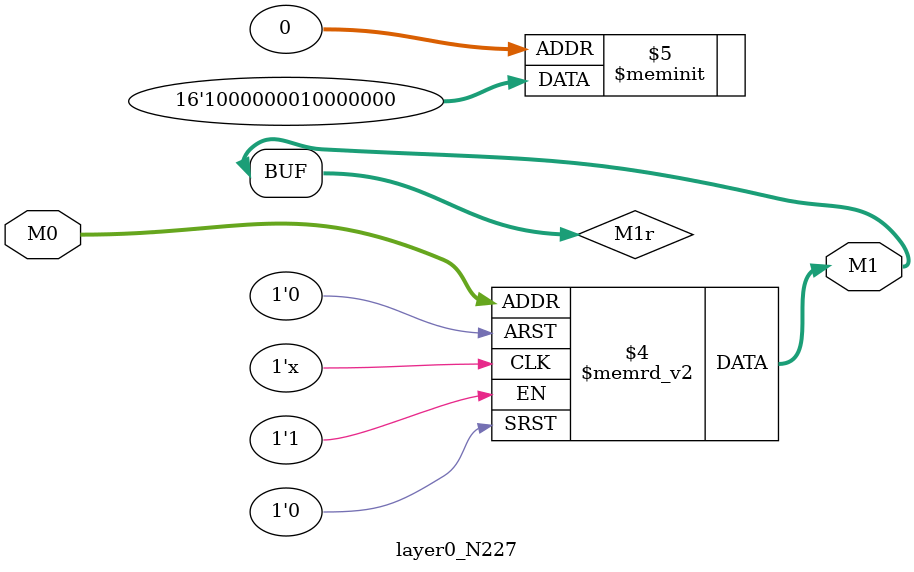
<source format=v>
module layer0_N227 ( input [2:0] M0, output [1:0] M1 );

	(*rom_style = "distributed" *) reg [1:0] M1r;
	assign M1 = M1r;
	always @ (M0) begin
		case (M0)
			3'b000: M1r = 2'b00;
			3'b100: M1r = 2'b00;
			3'b010: M1r = 2'b00;
			3'b110: M1r = 2'b00;
			3'b001: M1r = 2'b00;
			3'b101: M1r = 2'b00;
			3'b011: M1r = 2'b10;
			3'b111: M1r = 2'b10;

		endcase
	end
endmodule

</source>
